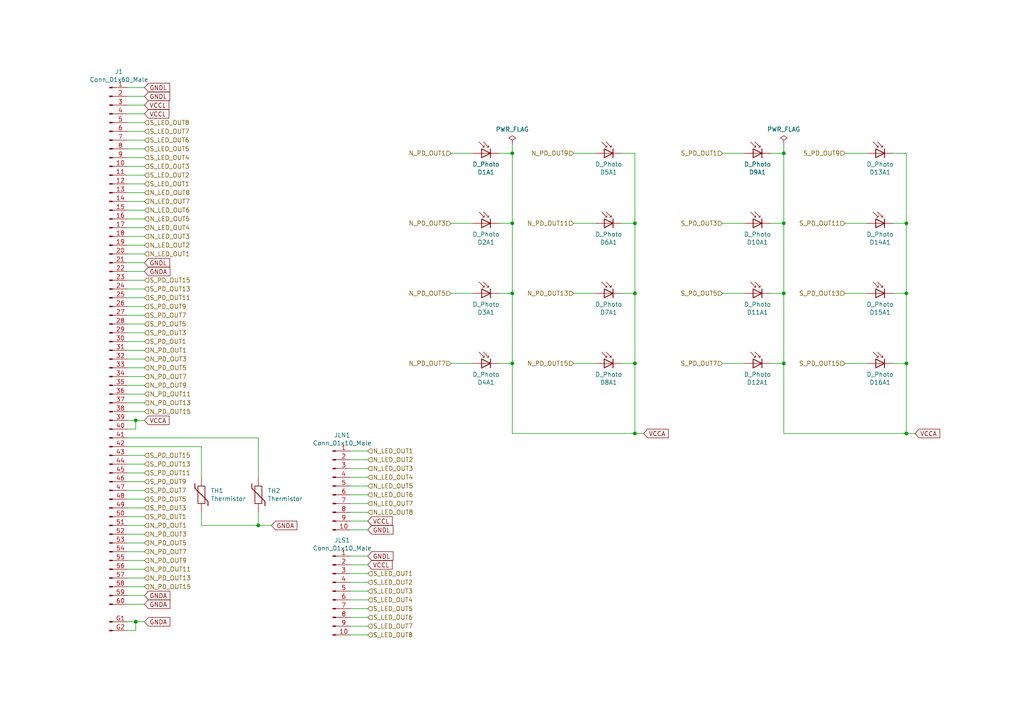
<source format=kicad_sch>
(kicad_sch (version 20211123) (generator eeschema)
  (paper "A4")
  (lib_symbols
    (symbol "Connector:Conn_01x10_Male" (pin_names (offset 1.016) hide)
      (property "Reference" "J" (at 0 12.7 0))
      (property "Value" "Conn_01x10_Male" (at 0 -15.24 0))
      (symbol "Conn_01x10_Male_1_1"
        (polyline (pts (xy 1.27 -12.7) (xy 0.8636 -12.7)) (stroke (width 0.1524)))
        (polyline (pts (xy 1.27 -10.16) (xy 0.8636 -10.16)) (stroke (width 0.1524)))
        (polyline (pts (xy 1.27 -7.62) (xy 0.8636 -7.62)) (stroke (width 0.1524)))
        (polyline (pts (xy 1.27 -5.08) (xy 0.8636 -5.08)) (stroke (width 0.1524)))
        (polyline (pts (xy 1.27 -2.54) (xy 0.8636 -2.54)) (stroke (width 0.1524)))
        (polyline (pts (xy 1.27 0) (xy 0.8636 0)) (stroke (width 0.1524)))
        (polyline (pts (xy 1.27 2.54) (xy 0.8636 2.54)) (stroke (width 0.1524)))
        (polyline (pts (xy 1.27 5.08) (xy 0.8636 5.08)) (stroke (width 0.1524)))
        (polyline (pts (xy 1.27 7.62) (xy 0.8636 7.62)) (stroke (width 0.1524)))
        (polyline (pts (xy 1.27 10.16) (xy 0.8636 10.16)) (stroke (width 0.1524)))
        (rectangle (start 0.8636 -12.573) (end 0 -12.827) (stroke (width 0.1524)) (fill (type outline)))
        (rectangle (start 0.8636 -10.033) (end 0 -10.287) (stroke (width 0.1524)) (fill (type outline)))
        (rectangle (start 0.8636 -7.493) (end 0 -7.747) (stroke (width 0.1524)) (fill (type outline)))
        (rectangle (start 0.8636 -4.953) (end 0 -5.207) (stroke (width 0.1524)) (fill (type outline)))
        (rectangle (start 0.8636 -2.413) (end 0 -2.667) (stroke (width 0.1524)) (fill (type outline)))
        (rectangle (start 0.8636 0.127) (end 0 -0.127) (stroke (width 0.1524)) (fill (type outline)))
        (rectangle (start 0.8636 2.667) (end 0 2.413) (stroke (width 0.1524)) (fill (type outline)))
        (rectangle (start 0.8636 5.207) (end 0 4.953) (stroke (width 0.1524)) (fill (type outline)))
        (rectangle (start 0.8636 7.747) (end 0 7.493) (stroke (width 0.1524)) (fill (type outline)))
        (rectangle (start 0.8636 10.287) (end 0 10.033) (stroke (width 0.1524)) (fill (type outline)))
        (pin passive line (at 5.08 10.16 180) (length 3.81) (name "Pin_1") (number "1"))
        (pin passive line (at 5.08 -12.7 180) (length 3.81) (name "Pin_10") (number "10"))
        (pin passive line (at 5.08 7.62 180) (length 3.81) (name "Pin_2") (number "2"))
        (pin passive line (at 5.08 5.08 180) (length 3.81) (name "Pin_3") (number "3"))
        (pin passive line (at 5.08 2.54 180) (length 3.81) (name "Pin_4") (number "4"))
        (pin passive line (at 5.08 0 180) (length 3.81) (name "Pin_5") (number "5"))
        (pin passive line (at 5.08 -2.54 180) (length 3.81) (name "Pin_6") (number "6"))
        (pin passive line (at 5.08 -5.08 180) (length 3.81) (name "Pin_7") (number "7"))
        (pin passive line (at 5.08 -7.62 180) (length 3.81) (name "Pin_8") (number "8"))
        (pin passive line (at 5.08 -10.16 180) (length 3.81) (name "Pin_9") (number "9"))
      )
    )
    (symbol "Device:D_Photo" (pin_numbers hide) (pin_names hide)
      (property "Reference" "D" (at 0.508 1.778 0))
      (property "Value" "D_Photo" (at -1.016 -2.794 0))
      (symbol "D_Photo_0_1"
        (polyline (pts (xy -2.54 1.27) (xy -2.54 -1.27)) (stroke (width 0.254)))
        (polyline (pts (xy -2.032 1.778) (xy -1.524 1.778)))
        (polyline (pts (xy 0 0) (xy -2.54 0)))
        (polyline (pts (xy -0.508 3.302) (xy -2.032 1.778) (xy -2.032 2.286)))
        (polyline (pts (xy 0 -1.27) (xy 0 1.27) (xy -2.54 0) (xy 0 -1.27)) (stroke (width 0.254)))
        (polyline (pts (xy 0.762 3.302) (xy -0.762 1.778) (xy -0.762 2.286) (xy -0.762 1.778) (xy -0.254 1.778)))
      )
      (symbol "D_Photo_1_1"
        (pin passive line (at -5.08 0 0) (length 2.54) (name "K") (number "1"))
        (pin passive line (at 2.54 0 180) (length 2.54) (name "A") (number "2"))
      )
    )
    (symbol "Device:Thermistor" (pin_numbers hide) (pin_names (offset 0))
      (property "Reference" "TH" (at 2.54 1.27 90))
      (property "Value" "Thermistor" (at -2.54 0 90))
      (symbol "Thermistor_0_1"
        (rectangle (start -1.016 2.54) (end 1.016 -2.54) (stroke (width 0.2032)))
        (polyline (pts (xy -1.905 3.175) (xy -1.905 1.905) (xy 1.905 -1.905) (xy 1.905 -3.175) (xy 1.905 -3.175)) (stroke (width 0.254)))
      )
      (symbol "Thermistor_1_1"
        (pin passive line (at 0 5.08 270) (length 2.54) (name "~") (number "1"))
        (pin passive line (at 0 -5.08 90) (length 2.54) (name "~") (number "2"))
      )
    )
    (symbol "Ninja-qPCR:Conn_01x60_Male" (pin_names (offset 1.016) hide)
      (property "Reference" "J" (at 0 50.8 0))
      (property "Value" "Conn_01x60_Male" (at 1.27 -113.03 0))
      (symbol "Conn_01x60_Male_1_1"
        (polyline (pts (xy 1.27 -109.22) (xy 0.8636 -109.22)) (stroke (width 0.1524)))
        (polyline (pts (xy 1.27 -106.68) (xy 0.8636 -106.68)) (stroke (width 0.1524)))
        (polyline (pts (xy 1.27 -101.6) (xy 0.8636 -101.6)) (stroke (width 0.1524)))
        (polyline (pts (xy 1.27 -99.06) (xy 0.8636 -99.06)) (stroke (width 0.1524)))
        (polyline (pts (xy 1.27 -96.52) (xy 0.8636 -96.52)) (stroke (width 0.1524)))
        (polyline (pts (xy 1.27 -93.98) (xy 0.8636 -93.98)) (stroke (width 0.1524)))
        (polyline (pts (xy 1.27 -91.44) (xy 0.8636 -91.44)) (stroke (width 0.1524)))
        (polyline (pts (xy 1.27 -88.9) (xy 0.8636 -88.9)) (stroke (width 0.1524)))
        (polyline (pts (xy 1.27 -86.36) (xy 0.8636 -86.36)) (stroke (width 0.1524)))
        (polyline (pts (xy 1.27 -83.82) (xy 0.8636 -83.82)) (stroke (width 0.1524)))
        (polyline (pts (xy 1.27 -81.28) (xy 0.8636 -81.28)) (stroke (width 0.1524)))
        (polyline (pts (xy 1.27 -78.74) (xy 0.8636 -78.74)) (stroke (width 0.1524)))
        (polyline (pts (xy 1.27 -76.2) (xy 0.8636 -76.2)) (stroke (width 0.1524)))
        (polyline (pts (xy 1.27 -73.66) (xy 0.8636 -73.66)) (stroke (width 0.1524)))
        (polyline (pts (xy 1.27 -71.12) (xy 0.8636 -71.12)) (stroke (width 0.1524)))
        (polyline (pts (xy 1.27 -68.58) (xy 0.8636 -68.58)) (stroke (width 0.1524)))
        (polyline (pts (xy 1.27 -66.04) (xy 0.8636 -66.04)) (stroke (width 0.1524)))
        (polyline (pts (xy 1.27 -63.5) (xy 0.8636 -63.5)) (stroke (width 0.1524)))
        (polyline (pts (xy 1.27 -60.96) (xy 0.8636 -60.96)) (stroke (width 0.1524)))
        (polyline (pts (xy 1.27 -58.42) (xy 0.8636 -58.42)) (stroke (width 0.1524)))
        (polyline (pts (xy 1.27 -55.88) (xy 0.8636 -55.88)) (stroke (width 0.1524)))
        (polyline (pts (xy 1.27 -53.34) (xy 0.8636 -53.34)) (stroke (width 0.1524)))
        (polyline (pts (xy 1.27 -50.8) (xy 0.8636 -50.8)) (stroke (width 0.1524)))
        (polyline (pts (xy 1.27 -48.26) (xy 0.8636 -48.26)) (stroke (width 0.1524)))
        (polyline (pts (xy 1.27 -45.72) (xy 0.8636 -45.72)) (stroke (width 0.1524)))
        (polyline (pts (xy 1.27 -43.18) (xy 0.8636 -43.18)) (stroke (width 0.1524)))
        (polyline (pts (xy 1.27 -40.64) (xy 0.8636 -40.64)) (stroke (width 0.1524)))
        (polyline (pts (xy 1.27 -38.1) (xy 0.8636 -38.1)) (stroke (width 0.1524)))
        (polyline (pts (xy 1.27 -35.56) (xy 0.8636 -35.56)) (stroke (width 0.1524)))
        (polyline (pts (xy 1.27 -33.02) (xy 0.8636 -33.02)) (stroke (width 0.1524)))
        (polyline (pts (xy 1.27 -30.48) (xy 0.8636 -30.48)) (stroke (width 0.1524)))
        (polyline (pts (xy 1.27 -27.94) (xy 0.8636 -27.94)) (stroke (width 0.1524)))
        (polyline (pts (xy 1.27 -25.4) (xy 0.8636 -25.4)) (stroke (width 0.1524)))
        (polyline (pts (xy 1.27 -22.86) (xy 0.8636 -22.86)) (stroke (width 0.1524)))
        (polyline (pts (xy 1.27 -20.32) (xy 0.8636 -20.32)) (stroke (width 0.1524)))
        (polyline (pts (xy 1.27 -17.78) (xy 0.8636 -17.78)) (stroke (width 0.1524)))
        (polyline (pts (xy 1.27 -15.24) (xy 0.8636 -15.24)) (stroke (width 0.1524)))
        (polyline (pts (xy 1.27 -12.7) (xy 0.8636 -12.7)) (stroke (width 0.1524)))
        (polyline (pts (xy 1.27 -10.16) (xy 0.8636 -10.16)) (stroke (width 0.1524)))
        (polyline (pts (xy 1.27 -7.62) (xy 0.8636 -7.62)) (stroke (width 0.1524)))
        (polyline (pts (xy 1.27 -5.08) (xy 0.8636 -5.08)) (stroke (width 0.1524)))
        (polyline (pts (xy 1.27 -2.54) (xy 0.8636 -2.54)) (stroke (width 0.1524)))
        (polyline (pts (xy 1.27 0) (xy 0.8636 0)) (stroke (width 0.1524)))
        (polyline (pts (xy 1.27 2.54) (xy 0.8636 2.54)) (stroke (width 0.1524)))
        (polyline (pts (xy 1.27 5.08) (xy 0.8636 5.08)) (stroke (width 0.1524)))
        (polyline (pts (xy 1.27 7.62) (xy 0.8636 7.62)) (stroke (width 0.1524)))
        (polyline (pts (xy 1.27 10.16) (xy 0.8636 10.16)) (stroke (width 0.1524)))
        (polyline (pts (xy 1.27 12.7) (xy 0.8636 12.7)) (stroke (width 0.1524)))
        (polyline (pts (xy 1.27 15.24) (xy 0.8636 15.24)) (stroke (width 0.1524)))
        (polyline (pts (xy 1.27 17.78) (xy 0.8636 17.78)) (stroke (width 0.1524)))
        (polyline (pts (xy 1.27 20.32) (xy 0.8636 20.32)) (stroke (width 0.1524)))
        (polyline (pts (xy 1.27 22.86) (xy 0.8636 22.86)) (stroke (width 0.1524)))
        (polyline (pts (xy 1.27 25.4) (xy 0.8636 25.4)) (stroke (width 0.1524)))
        (polyline (pts (xy 1.27 27.94) (xy 0.8636 27.94)) (stroke (width 0.1524)))
        (polyline (pts (xy 1.27 30.48) (xy 0.8636 30.48)) (stroke (width 0.1524)))
        (polyline (pts (xy 1.27 33.02) (xy 0.8636 33.02)) (stroke (width 0.1524)))
        (polyline (pts (xy 1.27 35.56) (xy 0.8636 35.56)) (stroke (width 0.1524)))
        (polyline (pts (xy 1.27 38.1) (xy 0.8636 38.1)) (stroke (width 0.1524)))
        (polyline (pts (xy 1.27 40.64) (xy 0.8636 40.64)) (stroke (width 0.1524)))
        (polyline (pts (xy 1.27 43.18) (xy 0.8636 43.18)) (stroke (width 0.1524)))
        (polyline (pts (xy 1.27 45.72) (xy 0.8636 45.72)) (stroke (width 0.1524)))
        (polyline (pts (xy 1.27 48.26) (xy 0.8636 48.26)) (stroke (width 0.1524)))
        (rectangle (start 0.8636 -109.093) (end 0 -109.347) (stroke (width 0.1524)) (fill (type outline)))
        (rectangle (start 0.8636 -106.553) (end 0 -106.807) (stroke (width 0.1524)) (fill (type outline)))
        (rectangle (start 0.8636 -101.473) (end 0 -101.727) (stroke (width 0.1524)) (fill (type outline)))
        (rectangle (start 0.8636 -98.933) (end 0 -99.187) (stroke (width 0.1524)) (fill (type outline)))
        (rectangle (start 0.8636 -96.393) (end 0 -96.647) (stroke (width 0.1524)) (fill (type outline)))
        (rectangle (start 0.8636 -93.853) (end 0 -94.107) (stroke (width 0.1524)) (fill (type outline)))
        (rectangle (start 0.8636 -91.313) (end 0 -91.567) (stroke (width 0.1524)) (fill (type outline)))
        (rectangle (start 0.8636 -88.773) (end 0 -89.027) (stroke (width 0.1524)) (fill (type outline)))
        (rectangle (start 0.8636 -86.233) (end 0 -86.487) (stroke (width 0.1524)) (fill (type outline)))
        (rectangle (start 0.8636 -83.693) (end 0 -83.947) (stroke (width 0.1524)) (fill (type outline)))
        (rectangle (start 0.8636 -81.153) (end 0 -81.407) (stroke (width 0.1524)) (fill (type outline)))
        (rectangle (start 0.8636 -78.613) (end 0 -78.867) (stroke (width 0.1524)) (fill (type outline)))
        (rectangle (start 0.8636 -76.073) (end 0 -76.327) (stroke (width 0.1524)) (fill (type outline)))
        (rectangle (start 0.8636 -73.533) (end 0 -73.787) (stroke (width 0.1524)) (fill (type outline)))
        (rectangle (start 0.8636 -70.993) (end 0 -71.247) (stroke (width 0.1524)) (fill (type outline)))
        (rectangle (start 0.8636 -68.453) (end 0 -68.707) (stroke (width 0.1524)) (fill (type outline)))
        (rectangle (start 0.8636 -65.913) (end 0 -66.167) (stroke (width 0.1524)) (fill (type outline)))
        (rectangle (start 0.8636 -63.373) (end 0 -63.627) (stroke (width 0.1524)) (fill (type outline)))
        (rectangle (start 0.8636 -60.833) (end 0 -61.087) (stroke (width 0.1524)) (fill (type outline)))
        (rectangle (start 0.8636 -58.293) (end 0 -58.547) (stroke (width 0.1524)) (fill (type outline)))
        (rectangle (start 0.8636 -55.753) (end 0 -56.007) (stroke (width 0.1524)) (fill (type outline)))
        (rectangle (start 0.8636 -53.213) (end 0 -53.467) (stroke (width 0.1524)) (fill (type outline)))
        (rectangle (start 0.8636 -50.673) (end 0 -50.927) (stroke (width 0.1524)) (fill (type outline)))
        (rectangle (start 0.8636 -48.133) (end 0 -48.387) (stroke (width 0.1524)) (fill (type outline)))
        (rectangle (start 0.8636 -45.593) (end 0 -45.847) (stroke (width 0.1524)) (fill (type outline)))
        (rectangle (start 0.8636 -43.053) (end 0 -43.307) (stroke (width 0.1524)) (fill (type outline)))
        (rectangle (start 0.8636 -40.513) (end 0 -40.767) (stroke (width 0.1524)) (fill (type outline)))
        (rectangle (start 0.8636 -37.973) (end 0 -38.227) (stroke (width 0.1524)) (fill (type outline)))
        (rectangle (start 0.8636 -35.433) (end 0 -35.687) (stroke (width 0.1524)) (fill (type outline)))
        (rectangle (start 0.8636 -32.893) (end 0 -33.147) (stroke (width 0.1524)) (fill (type outline)))
        (rectangle (start 0.8636 -30.353) (end 0 -30.607) (stroke (width 0.1524)) (fill (type outline)))
        (rectangle (start 0.8636 -27.813) (end 0 -28.067) (stroke (width 0.1524)) (fill (type outline)))
        (rectangle (start 0.8636 -25.273) (end 0 -25.527) (stroke (width 0.1524)) (fill (type outline)))
        (rectangle (start 0.8636 -22.733) (end 0 -22.987) (stroke (width 0.1524)) (fill (type outline)))
        (rectangle (start 0.8636 -20.193) (end 0 -20.447) (stroke (width 0.1524)) (fill (type outline)))
        (rectangle (start 0.8636 -17.653) (end 0 -17.907) (stroke (width 0.1524)) (fill (type outline)))
        (rectangle (start 0.8636 -15.113) (end 0 -15.367) (stroke (width 0.1524)) (fill (type outline)))
        (rectangle (start 0.8636 -12.573) (end 0 -12.827) (stroke (width 0.1524)) (fill (type outline)))
        (rectangle (start 0.8636 -10.033) (end 0 -10.287) (stroke (width 0.1524)) (fill (type outline)))
        (rectangle (start 0.8636 -7.493) (end 0 -7.747) (stroke (width 0.1524)) (fill (type outline)))
        (rectangle (start 0.8636 -4.953) (end 0 -5.207) (stroke (width 0.1524)) (fill (type outline)))
        (rectangle (start 0.8636 -2.413) (end 0 -2.667) (stroke (width 0.1524)) (fill (type outline)))
        (rectangle (start 0.8636 0.127) (end 0 -0.127) (stroke (width 0.1524)) (fill (type outline)))
        (rectangle (start 0.8636 2.667) (end 0 2.413) (stroke (width 0.1524)) (fill (type outline)))
        (rectangle (start 0.8636 5.207) (end 0 4.953) (stroke (width 0.1524)) (fill (type outline)))
        (rectangle (start 0.8636 7.747) (end 0 7.493) (stroke (width 0.1524)) (fill (type outline)))
        (rectangle (start 0.8636 10.287) (end 0 10.033) (stroke (width 0.1524)) (fill (type outline)))
        (rectangle (start 0.8636 12.827) (end 0 12.573) (stroke (width 0.1524)) (fill (type outline)))
        (rectangle (start 0.8636 15.367) (end 0 15.113) (stroke (width 0.1524)) (fill (type outline)))
        (rectangle (start 0.8636 17.907) (end 0 17.653) (stroke (width 0.1524)) (fill (type outline)))
        (rectangle (start 0.8636 20.447) (end 0 20.193) (stroke (width 0.1524)) (fill (type outline)))
        (rectangle (start 0.8636 22.987) (end 0 22.733) (stroke (width 0.1524)) (fill (type outline)))
        (rectangle (start 0.8636 25.527) (end 0 25.273) (stroke (width 0.1524)) (fill (type outline)))
        (rectangle (start 0.8636 28.067) (end 0 27.813) (stroke (width 0.1524)) (fill (type outline)))
        (rectangle (start 0.8636 30.607) (end 0 30.353) (stroke (width 0.1524)) (fill (type outline)))
        (rectangle (start 0.8636 33.147) (end 0 32.893) (stroke (width 0.1524)) (fill (type outline)))
        (rectangle (start 0.8636 35.687) (end 0 35.433) (stroke (width 0.1524)) (fill (type outline)))
        (rectangle (start 0.8636 38.227) (end 0 37.973) (stroke (width 0.1524)) (fill (type outline)))
        (rectangle (start 0.8636 40.767) (end 0 40.513) (stroke (width 0.1524)) (fill (type outline)))
        (rectangle (start 0.8636 43.307) (end 0 43.053) (stroke (width 0.1524)) (fill (type outline)))
        (rectangle (start 0.8636 45.847) (end 0 45.593) (stroke (width 0.1524)) (fill (type outline)))
        (rectangle (start 0.8636 48.387) (end 0 48.133) (stroke (width 0.1524)) (fill (type outline)))
        (pin passive line (at 5.08 48.26 180) (length 3.81) (name "Pin_1") (number "1"))
        (pin passive line (at 5.08 25.4 180) (length 3.81) (name "Pin_10") (number "10"))
        (pin passive line (at 5.08 22.86 180) (length 3.81) (name "Pin_11") (number "11"))
        (pin passive line (at 5.08 20.32 180) (length 3.81) (name "Pin_12") (number "12"))
        (pin passive line (at 5.08 17.78 180) (length 3.81) (name "Pin_13") (number "13"))
        (pin passive line (at 5.08 15.24 180) (length 3.81) (name "Pin_14") (number "14"))
        (pin passive line (at 5.08 12.7 180) (length 3.81) (name "Pin_15") (number "15"))
        (pin passive line (at 5.08 10.16 180) (length 3.81) (name "Pin_16") (number "16"))
        (pin passive line (at 5.08 7.62 180) (length 3.81) (name "Pin_17") (number "17"))
        (pin passive line (at 5.08 5.08 180) (length 3.81) (name "Pin_18") (number "18"))
        (pin passive line (at 5.08 2.54 180) (length 3.81) (name "Pin_19") (number "19"))
        (pin passive line (at 5.08 45.72 180) (length 3.81) (name "Pin_2") (number "2"))
        (pin passive line (at 5.08 0 180) (length 3.81) (name "Pin_20") (number "20"))
        (pin passive line (at 5.08 -2.54 180) (length 3.81) (name "Pin_21") (number "21"))
        (pin passive line (at 5.08 -5.08 180) (length 3.81) (name "Pin_22") (number "22"))
        (pin passive line (at 5.08 -7.62 180) (length 3.81) (name "Pin_23") (number "23"))
        (pin passive line (at 5.08 -10.16 180) (length 3.81) (name "Pin_24") (number "24"))
        (pin passive line (at 5.08 -12.7 180) (length 3.81) (name "Pin_25") (number "25"))
        (pin passive line (at 5.08 -15.24 180) (length 3.81) (name "Pin_26") (number "26"))
        (pin passive line (at 5.08 -17.78 180) (length 3.81) (name "Pin_27") (number "27"))
        (pin passive line (at 5.08 -20.32 180) (length 3.81) (name "Pin_28") (number "28"))
        (pin passive line (at 5.08 -22.86 180) (length 3.81) (name "Pin_29") (number "29"))
        (pin passive line (at 5.08 43.18 180) (length 3.81) (name "Pin_3") (number "3"))
        (pin passive line (at 5.08 -25.4 180) (length 3.81) (name "Pin_30") (number "30"))
        (pin passive line (at 5.08 -27.94 180) (length 3.81) (name "Pin_31") (number "31"))
        (pin passive line (at 5.08 -30.48 180) (length 3.81) (name "Pin_32") (number "32"))
        (pin passive line (at 5.08 -33.02 180) (length 3.81) (name "Pin_33") (number "33"))
        (pin passive line (at 5.08 -35.56 180) (length 3.81) (name "Pin_34") (number "34"))
        (pin passive line (at 5.08 -38.1 180) (length 3.81) (name "Pin_35") (number "35"))
        (pin passive line (at 5.08 -40.64 180) (length 3.81) (name "Pin_36") (number "36"))
        (pin passive line (at 5.08 -43.18 180) (length 3.81) (name "Pin_37") (number "37"))
        (pin passive line (at 5.08 -45.72 180) (length 3.81) (name "Pin_38") (number "38"))
        (pin passive line (at 5.08 -48.26 180) (length 3.81) (name "Pin_39") (number "39"))
        (pin passive line (at 5.08 40.64 180) (length 3.81) (name "Pin_4") (number "4"))
        (pin passive line (at 5.08 -50.8 180) (length 3.81) (name "Pin_40") (number "40"))
        (pin passive line (at 5.08 -53.34 180) (length 3.81) (name "Pin_41") (number "41"))
        (pin passive line (at 5.08 -55.88 180) (length 3.81) (name "Pin_42") (number "42"))
        (pin passive line (at 5.08 -58.42 180) (length 3.81) (name "Pin_43") (number "43"))
        (pin passive line (at 5.08 -60.96 180) (length 3.81) (name "Pin_44") (number "44"))
        (pin passive line (at 5.08 -63.5 180) (length 3.81) (name "Pin_45") (number "45"))
        (pin passive line (at 5.08 -66.04 180) (length 3.81) (name "Pin_46") (number "46"))
        (pin passive line (at 5.08 -68.58 180) (length 3.81) (name "Pin_47") (number "47"))
        (pin passive line (at 5.08 -71.12 180) (length 3.81) (name "Pin_48") (number "48"))
        (pin passive line (at 5.08 -73.66 180) (length 3.81) (name "Pin_49") (number "49"))
        (pin passive line (at 5.08 38.1 180) (length 3.81) (name "Pin_5") (number "5"))
        (pin passive line (at 5.08 -76.2 180) (length 3.81) (name "Pin_50") (number "50"))
        (pin passive line (at 5.08 -78.74 180) (length 3.81) (name "Pin_51") (number "51"))
        (pin passive line (at 5.08 -81.28 180) (length 3.81) (name "Pin_52") (number "52"))
        (pin passive line (at 5.08 -83.82 180) (length 3.81) (name "Pin_53") (number "53"))
        (pin passive line (at 5.08 -86.36 180) (length 3.81) (name "Pin_54") (number "54"))
        (pin passive line (at 5.08 -88.9 180) (length 3.81) (name "Pin_55") (number "55"))
        (pin passive line (at 5.08 -91.44 180) (length 3.81) (name "Pin_56") (number "56"))
        (pin passive line (at 5.08 -93.98 180) (length 3.81) (name "Pin_57") (number "57"))
        (pin passive line (at 5.08 -96.52 180) (length 3.81) (name "Pin_58") (number "58"))
        (pin passive line (at 5.08 -99.06 180) (length 3.81) (name "Pin_59") (number "59"))
        (pin passive line (at 5.08 35.56 180) (length 3.81) (name "Pin_6") (number "6"))
        (pin passive line (at 5.08 -101.6 180) (length 3.81) (name "Pin_60") (number "60"))
        (pin passive line (at 5.08 33.02 180) (length 3.81) (name "Pin_7") (number "7"))
        (pin passive line (at 5.08 30.48 180) (length 3.81) (name "Pin_8") (number "8"))
        (pin passive line (at 5.08 27.94 180) (length 3.81) (name "Pin_9") (number "9"))
        (pin passive line (at 5.08 -106.68 180) (length 3.81) (name "Pin_G1") (number "G1"))
        (pin passive line (at 5.08 -109.22 180) (length 3.81) (name "Pin_G2") (number "G2"))
      )
    )
    (symbol "power:PWR_FLAG" (power) (pin_numbers hide) (pin_names (offset 0) hide)
      (property "Value" "PWR_FLAG" (at 0 3.81 0))
      (symbol "PWR_FLAG_0_0"
        (pin power_out line (at 0 0 90) (length 0) (name "pwr") (number "1"))
      )
      (symbol "PWR_FLAG_0_1"
        (polyline (pts (xy 0 0) (xy 0 1.27) (xy -1.016 1.905) (xy 0 2.54) (xy 1.016 1.905) (xy 0 1.27)))
      )
    )
  )
  (junction (at 262.89 85.09))
  (junction (at 262.89 125.73))
  (junction (at 74.93 152.4))
  (junction (at 39.37 121.92))
  (junction (at 227.33 64.77))
  (junction (at 148.59 85.09))
  (junction (at 227.33 44.45))
  (junction (at 227.33 105.41))
  (junction (at 184.15 105.41))
  (junction (at 39.37 180.34))
  (junction (at 184.15 64.77))
  (junction (at 227.33 85.09))
  (junction (at 262.89 64.77))
  (junction (at 148.59 64.77))
  (junction (at 184.15 125.73))
  (junction (at 148.59 105.41))
  (junction (at 184.15 85.09))
  (junction (at 262.89 105.41))
  (junction (at 148.59 44.45))
  (wire (pts (xy 227.33 85.09) (xy 227.33 105.41)))
  (wire (pts (xy 74.93 127) (xy 74.93 138.43)))
  (wire (pts (xy 106.68 184.15) (xy 101.6 184.15)))
  (wire (pts (xy 36.83 142.24) (xy 41.91 142.24)))
  (wire (pts (xy 223.52 64.77) (xy 227.33 64.77)))
  (wire (pts (xy 36.83 48.26) (xy 41.91 48.26)))
  (wire (pts (xy 36.83 175.26) (xy 41.91 175.26)))
  (wire (pts (xy 144.78 105.41) (xy 148.59 105.41)))
  (wire (pts (xy 106.68 171.45) (xy 101.6 171.45)))
  (wire (pts (xy 148.59 44.45) (xy 148.59 64.77)))
  (wire (pts (xy 262.89 105.41) (xy 262.89 125.73)))
  (wire (pts (xy 106.68 146.05) (xy 101.6 146.05)))
  (wire (pts (xy 36.83 147.32) (xy 41.91 147.32)))
  (wire (pts (xy 74.93 152.4) (xy 78.74 152.4)))
  (wire (pts (xy 36.83 99.06) (xy 41.91 99.06)))
  (wire (pts (xy 39.37 124.46) (xy 39.37 121.92)))
  (wire (pts (xy 101.6 148.59) (xy 106.68 148.59)))
  (wire (pts (xy 36.83 104.14) (xy 41.91 104.14)))
  (wire (pts (xy 36.83 53.34) (xy 41.91 53.34)))
  (wire (pts (xy 36.83 73.66) (xy 41.91 73.66)))
  (wire (pts (xy 245.11 44.45) (xy 251.46 44.45)))
  (wire (pts (xy 36.83 43.18) (xy 41.91 43.18)))
  (wire (pts (xy 36.83 58.42) (xy 41.91 58.42)))
  (wire (pts (xy 144.78 85.09) (xy 148.59 85.09)))
  (wire (pts (xy 223.52 44.45) (xy 227.33 44.45)))
  (wire (pts (xy 166.37 44.45) (xy 172.72 44.45)))
  (wire (pts (xy 184.15 125.73) (xy 148.59 125.73)))
  (wire (pts (xy 180.34 105.41) (xy 184.15 105.41)))
  (wire (pts (xy 36.83 76.2) (xy 41.91 76.2)))
  (wire (pts (xy 36.83 111.76) (xy 41.91 111.76)))
  (wire (pts (xy 36.83 68.58) (xy 41.91 68.58)))
  (wire (pts (xy 106.68 151.13) (xy 101.6 151.13)))
  (wire (pts (xy 36.83 180.34) (xy 39.37 180.34)))
  (wire (pts (xy 36.83 160.02) (xy 41.91 160.02)))
  (wire (pts (xy 36.83 106.68) (xy 41.91 106.68)))
  (wire (pts (xy 74.93 148.59) (xy 74.93 152.4)))
  (wire (pts (xy 130.81 105.41) (xy 137.16 105.41)))
  (wire (pts (xy 106.68 135.89) (xy 101.6 135.89)))
  (wire (pts (xy 36.83 116.84) (xy 41.91 116.84)))
  (wire (pts (xy 144.78 44.45) (xy 148.59 44.45)))
  (wire (pts (xy 101.6 138.43) (xy 106.68 138.43)))
  (wire (pts (xy 148.59 41.91) (xy 148.59 44.45)))
  (wire (pts (xy 36.83 86.36) (xy 41.91 86.36)))
  (wire (pts (xy 36.83 172.72) (xy 41.91 172.72)))
  (wire (pts (xy 184.15 44.45) (xy 184.15 64.77)))
  (wire (pts (xy 36.83 50.8) (xy 41.91 50.8)))
  (wire (pts (xy 227.33 105.41) (xy 227.33 125.73)))
  (wire (pts (xy 36.83 66.04) (xy 41.91 66.04)))
  (wire (pts (xy 36.83 165.1) (xy 41.91 165.1)))
  (wire (pts (xy 180.34 44.45) (xy 184.15 44.45)))
  (wire (pts (xy 36.83 25.4) (xy 41.91 25.4)))
  (wire (pts (xy 106.68 166.37) (xy 101.6 166.37)))
  (wire (pts (xy 36.83 93.98) (xy 41.91 93.98)))
  (wire (pts (xy 259.08 64.77) (xy 262.89 64.77)))
  (wire (pts (xy 245.11 105.41) (xy 251.46 105.41)))
  (wire (pts (xy 262.89 85.09) (xy 262.89 105.41)))
  (wire (pts (xy 36.83 157.48) (xy 41.91 157.48)))
  (wire (pts (xy 106.68 179.07) (xy 101.6 179.07)))
  (wire (pts (xy 223.52 85.09) (xy 227.33 85.09)))
  (wire (pts (xy 36.83 170.18) (xy 41.91 170.18)))
  (wire (pts (xy 36.83 88.9) (xy 41.91 88.9)))
  (wire (pts (xy 36.83 38.1) (xy 41.91 38.1)))
  (wire (pts (xy 36.83 154.94) (xy 41.91 154.94)))
  (wire (pts (xy 262.89 125.73) (xy 227.33 125.73)))
  (wire (pts (xy 36.83 81.28) (xy 41.91 81.28)))
  (wire (pts (xy 36.83 124.46) (xy 39.37 124.46)))
  (wire (pts (xy 106.68 173.99) (xy 101.6 173.99)))
  (wire (pts (xy 223.52 105.41) (xy 227.33 105.41)))
  (wire (pts (xy 36.83 91.44) (xy 41.91 91.44)))
  (wire (pts (xy 106.68 163.83) (xy 101.6 163.83)))
  (wire (pts (xy 245.11 85.09) (xy 251.46 85.09)))
  (wire (pts (xy 36.83 139.7) (xy 41.91 139.7)))
  (wire (pts (xy 130.81 44.45) (xy 137.16 44.45)))
  (wire (pts (xy 36.83 134.62) (xy 41.91 134.62)))
  (wire (pts (xy 36.83 71.12) (xy 41.91 71.12)))
  (wire (pts (xy 259.08 85.09) (xy 262.89 85.09)))
  (wire (pts (xy 148.59 105.41) (xy 148.59 125.73)))
  (wire (pts (xy 36.83 27.94) (xy 41.91 27.94)))
  (wire (pts (xy 36.83 127) (xy 74.93 127)))
  (wire (pts (xy 36.83 45.72) (xy 41.91 45.72)))
  (wire (pts (xy 36.83 63.5) (xy 41.91 63.5)))
  (wire (pts (xy 180.34 64.77) (xy 184.15 64.77)))
  (wire (pts (xy 186.69 125.73) (xy 184.15 125.73)))
  (wire (pts (xy 39.37 121.92) (xy 41.91 121.92)))
  (wire (pts (xy 36.83 152.4) (xy 41.91 152.4)))
  (wire (pts (xy 36.83 35.56) (xy 41.91 35.56)))
  (wire (pts (xy 36.83 162.56) (xy 41.91 162.56)))
  (wire (pts (xy 265.43 125.73) (xy 262.89 125.73)))
  (wire (pts (xy 262.89 44.45) (xy 262.89 64.77)))
  (wire (pts (xy 106.68 176.53) (xy 101.6 176.53)))
  (wire (pts (xy 166.37 105.41) (xy 172.72 105.41)))
  (wire (pts (xy 166.37 64.77) (xy 172.72 64.77)))
  (wire (pts (xy 184.15 64.77) (xy 184.15 85.09)))
  (wire (pts (xy 36.83 101.6) (xy 41.91 101.6)))
  (wire (pts (xy 36.83 167.64) (xy 41.91 167.64)))
  (wire (pts (xy 227.33 64.77) (xy 227.33 85.09)))
  (wire (pts (xy 36.83 129.54) (xy 58.42 129.54)))
  (wire (pts (xy 36.83 40.64) (xy 41.91 40.64)))
  (wire (pts (xy 36.83 137.16) (xy 41.91 137.16)))
  (wire (pts (xy 101.6 153.67) (xy 106.68 153.67)))
  (wire (pts (xy 58.42 152.4) (xy 74.93 152.4)))
  (wire (pts (xy 106.68 181.61) (xy 101.6 181.61)))
  (wire (pts (xy 180.34 85.09) (xy 184.15 85.09)))
  (wire (pts (xy 130.81 85.09) (xy 137.16 85.09)))
  (wire (pts (xy 36.83 83.82) (xy 41.91 83.82)))
  (wire (pts (xy 39.37 182.88) (xy 39.37 180.34)))
  (wire (pts (xy 39.37 180.34) (xy 41.91 180.34)))
  (wire (pts (xy 36.83 30.48) (xy 41.91 30.48)))
  (wire (pts (xy 209.55 105.41) (xy 215.9 105.41)))
  (wire (pts (xy 209.55 44.45) (xy 215.9 44.45)))
  (wire (pts (xy 184.15 85.09) (xy 184.15 105.41)))
  (wire (pts (xy 36.83 121.92) (xy 39.37 121.92)))
  (wire (pts (xy 106.68 130.81) (xy 101.6 130.81)))
  (wire (pts (xy 36.83 60.96) (xy 41.91 60.96)))
  (wire (pts (xy 130.81 64.77) (xy 137.16 64.77)))
  (wire (pts (xy 36.83 114.3) (xy 41.91 114.3)))
  (wire (pts (xy 148.59 64.77) (xy 148.59 85.09)))
  (wire (pts (xy 227.33 44.45) (xy 227.33 64.77)))
  (wire (pts (xy 36.83 96.52) (xy 41.91 96.52)))
  (wire (pts (xy 148.59 85.09) (xy 148.59 105.41)))
  (wire (pts (xy 101.6 133.35) (xy 106.68 133.35)))
  (wire (pts (xy 36.83 109.22) (xy 41.91 109.22)))
  (wire (pts (xy 166.37 85.09) (xy 172.72 85.09)))
  (wire (pts (xy 106.68 140.97) (xy 101.6 140.97)))
  (wire (pts (xy 106.68 168.91) (xy 101.6 168.91)))
  (wire (pts (xy 58.42 148.59) (xy 58.42 152.4)))
  (wire (pts (xy 259.08 105.41) (xy 262.89 105.41)))
  (wire (pts (xy 262.89 64.77) (xy 262.89 85.09)))
  (wire (pts (xy 184.15 105.41) (xy 184.15 125.73)))
  (wire (pts (xy 106.68 161.29) (xy 101.6 161.29)))
  (wire (pts (xy 245.11 64.77) (xy 251.46 64.77)))
  (wire (pts (xy 36.83 182.88) (xy 39.37 182.88)))
  (wire (pts (xy 209.55 64.77) (xy 215.9 64.77)))
  (wire (pts (xy 36.83 132.08) (xy 41.91 132.08)))
  (wire (pts (xy 36.83 33.02) (xy 41.91 33.02)))
  (wire (pts (xy 36.83 144.78) (xy 41.91 144.78)))
  (wire (pts (xy 209.55 85.09) (xy 215.9 85.09)))
  (wire (pts (xy 36.83 78.74) (xy 41.91 78.74)))
  (wire (pts (xy 36.83 149.86) (xy 41.91 149.86)))
  (wire (pts (xy 227.33 41.91) (xy 227.33 44.45)))
  (wire (pts (xy 36.83 55.88) (xy 41.91 55.88)))
  (wire (pts (xy 101.6 143.51) (xy 106.68 143.51)))
  (wire (pts (xy 58.42 129.54) (xy 58.42 138.43)))
  (wire (pts (xy 259.08 44.45) (xy 262.89 44.45)))
  (wire (pts (xy 144.78 64.77) (xy 148.59 64.77)))
  (wire (pts (xy 36.83 119.38) (xy 41.91 119.38)))
  (global_label "GNDA" (shape input) (at 78.74 152.4 0) (property "Intersheet References" "${INTERSHEET_REFS}" (effects hide)))
  (global_label "GNDA" (shape input) (at 41.91 78.74 0) (property "Intersheet References" "${INTERSHEET_REFS}" (effects hide)))
  (global_label "GNDL" (shape input) (at 41.91 27.94 0) (property "Intersheet References" "${INTERSHEET_REFS}" (effects hide)))
  (global_label "VCCA" (shape input) (at 41.91 121.92 0) (property "Intersheet References" "${INTERSHEET_REFS}" (effects hide)))
  (global_label "VCCL" (shape input) (at 106.68 151.13 0) (property "Intersheet References" "${INTERSHEET_REFS}" (effects hide)))
  (global_label "VCCA" (shape input) (at 186.69 125.73 0) (property "Intersheet References" "${INTERSHEET_REFS}" (effects hide)))
  (global_label "VCCL" (shape input) (at 41.91 33.02 0) (property "Intersheet References" "${INTERSHEET_REFS}" (effects hide)))
  (global_label "GNDA" (shape input) (at 41.91 180.34 0) (property "Intersheet References" "${INTERSHEET_REFS}" (effects hide)))
  (global_label "GNDL" (shape input) (at 106.68 153.67 0) (property "Intersheet References" "${INTERSHEET_REFS}" (effects hide)))
  (global_label "GNDA" (shape input) (at 41.91 175.26 0) (property "Intersheet References" "${INTERSHEET_REFS}" (effects hide)))
  (global_label "VCCL" (shape input) (at 41.91 30.48 0) (property "Intersheet References" "${INTERSHEET_REFS}" (effects hide)))
  (global_label "GNDL" (shape input) (at 41.91 25.4 0) (property "Intersheet References" "${INTERSHEET_REFS}" (effects hide)))
  (global_label "VCCA" (shape input) (at 265.43 125.73 0) (property "Intersheet References" "${INTERSHEET_REFS}" (effects hide)))
  (global_label "GNDA" (shape input) (at 41.91 172.72 0) (property "Intersheet References" "${INTERSHEET_REFS}" (effects hide)))
  (global_label "GNDL" (shape input) (at 41.91 76.2 0) (property "Intersheet References" "${INTERSHEET_REFS}" (effects hide)))
  (global_label "VCCL" (shape input) (at 106.68 163.83 0) (property "Intersheet References" "${INTERSHEET_REFS}" (effects hide)))
  (global_label "GNDL" (shape input) (at 106.68 161.29 0) (property "Intersheet References" "${INTERSHEET_REFS}" (effects hide)))
  (hierarchical_label "S_PD_OUT3" (shape input) (at 41.91 96.52 0))
  (hierarchical_label "S_LED_OUT4" (shape input) (at 106.68 173.99 0))
  (hierarchical_label "N_LED_OUT8" (shape input) (at 106.68 148.59 0))
  (hierarchical_label "N_PD_OUT7" (shape input) (at 130.81 105.41 180))
  (hierarchical_label "S_PD_OUT13" (shape input) (at 245.11 85.09 180))
  (hierarchical_label "N_LED_OUT4" (shape input) (at 41.91 66.04 0))
  (hierarchical_label "S_PD_OUT9" (shape input) (at 41.91 139.7 0))
  (hierarchical_label "S_LED_OUT2" (shape input) (at 41.91 50.8 0))
  (hierarchical_label "N_LED_OUT5" (shape input) (at 106.68 140.97 0))
  (hierarchical_label "S_LED_OUT7" (shape input) (at 106.68 181.61 0))
  (hierarchical_label "N_LED_OUT1" (shape input) (at 41.91 73.66 0))
  (hierarchical_label "S_PD_OUT1" (shape input) (at 209.55 44.45 180))
  (hierarchical_label "S_LED_OUT1" (shape input) (at 41.91 53.34 0))
  (hierarchical_label "S_PD_OUT1" (shape input) (at 41.91 99.06 0))
  (hierarchical_label "S_LED_OUT8" (shape input) (at 106.68 184.15 0))
  (hierarchical_label "N_PD_OUT13" (shape input) (at 166.37 85.09 180))
  (hierarchical_label "N_PD_OUT15" (shape input) (at 41.91 119.38 0))
  (hierarchical_label "N_PD_OUT5" (shape input) (at 130.81 85.09 180))
  (hierarchical_label "S_LED_OUT5" (shape input) (at 106.68 176.53 0))
  (hierarchical_label "S_PD_OUT15" (shape input) (at 41.91 81.28 0))
  (hierarchical_label "S_LED_OUT2" (shape input) (at 106.68 168.91 0))
  (hierarchical_label "S_LED_OUT4" (shape input) (at 41.91 45.72 0))
  (hierarchical_label "N_PD_OUT5" (shape input) (at 41.91 157.48 0))
  (hierarchical_label "N_PD_OUT13" (shape input) (at 41.91 167.64 0))
  (hierarchical_label "S_LED_OUT8" (shape input) (at 41.91 35.56 0))
  (hierarchical_label "S_PD_OUT15" (shape input) (at 41.91 132.08 0))
  (hierarchical_label "N_PD_OUT15" (shape input) (at 166.37 105.41 180))
  (hierarchical_label "S_PD_OUT11" (shape input) (at 245.11 64.77 180))
  (hierarchical_label "S_PD_OUT5" (shape input) (at 41.91 93.98 0))
  (hierarchical_label "N_PD_OUT13" (shape input) (at 41.91 116.84 0))
  (hierarchical_label "S_PD_OUT5" (shape input) (at 209.55 85.09 180))
  (hierarchical_label "S_PD_OUT1" (shape input) (at 41.91 149.86 0))
  (hierarchical_label "N_PD_OUT1" (shape input) (at 41.91 152.4 0))
  (hierarchical_label "N_PD_OUT3" (shape input) (at 41.91 104.14 0))
  (hierarchical_label "S_LED_OUT1" (shape input) (at 106.68 166.37 0))
  (hierarchical_label "N_PD_OUT7" (shape input) (at 41.91 109.22 0))
  (hierarchical_label "S_PD_OUT3" (shape input) (at 41.91 147.32 0))
  (hierarchical_label "S_LED_OUT3" (shape input) (at 41.91 48.26 0))
  (hierarchical_label "S_PD_OUT13" (shape input) (at 41.91 83.82 0))
  (hierarchical_label "S_LED_OUT3" (shape input) (at 106.68 171.45 0))
  (hierarchical_label "N_PD_OUT7" (shape input) (at 41.91 160.02 0))
  (hierarchical_label "N_LED_OUT8" (shape input) (at 41.91 55.88 0))
  (hierarchical_label "N_PD_OUT9" (shape input) (at 166.37 44.45 180))
  (hierarchical_label "N_LED_OUT7" (shape input) (at 106.68 146.05 0))
  (hierarchical_label "S_PD_OUT9" (shape input) (at 41.91 88.9 0))
  (hierarchical_label "S_PD_OUT3" (shape input) (at 209.55 64.77 180))
  (hierarchical_label "N_PD_OUT15" (shape input) (at 41.91 170.18 0))
  (hierarchical_label "N_PD_OUT3" (shape input) (at 41.91 154.94 0))
  (hierarchical_label "N_LED_OUT3" (shape input) (at 106.68 135.89 0))
  (hierarchical_label "S_LED_OUT5" (shape input) (at 41.91 43.18 0))
  (hierarchical_label "N_PD_OUT1" (shape input) (at 130.81 44.45 180))
  (hierarchical_label "N_LED_OUT1" (shape input) (at 106.68 130.81 0))
  (hierarchical_label "S_PD_OUT15" (shape input) (at 245.11 105.41 180))
  (hierarchical_label "N_LED_OUT6" (shape input) (at 41.91 60.96 0))
  (hierarchical_label "S_PD_OUT7" (shape input) (at 41.91 142.24 0))
  (hierarchical_label "S_LED_OUT7" (shape input) (at 41.91 38.1 0))
  (hierarchical_label "N_PD_OUT3" (shape input) (at 130.81 64.77 180))
  (hierarchical_label "N_LED_OUT3" (shape input) (at 41.91 68.58 0))
  (hierarchical_label "N_PD_OUT9" (shape input) (at 41.91 162.56 0))
  (hierarchical_label "S_LED_OUT6" (shape input) (at 41.91 40.64 0))
  (hierarchical_label "N_PD_OUT1" (shape input) (at 41.91 101.6 0))
  (hierarchical_label "N_PD_OUT5" (shape input) (at 41.91 106.68 0))
  (hierarchical_label "N_PD_OUT11" (shape input) (at 166.37 64.77 180))
  (hierarchical_label "S_LED_OUT6" (shape input) (at 106.68 179.07 0))
  (hierarchical_label "N_LED_OUT6" (shape input) (at 106.68 143.51 0))
  (hierarchical_label "N_LED_OUT5" (shape input) (at 41.91 63.5 0))
  (hierarchical_label "S_PD_OUT7" (shape input) (at 209.55 105.41 180))
  (hierarchical_label "S_PD_OUT11" (shape input) (at 41.91 137.16 0))
  (hierarchical_label "S_PD_OUT11" (shape input) (at 41.91 86.36 0))
  (hierarchical_label "N_LED_OUT7" (shape input) (at 41.91 58.42 0))
  (hierarchical_label "N_PD_OUT11" (shape input) (at 41.91 165.1 0))
  (hierarchical_label "N_LED_OUT4" (shape input) (at 106.68 138.43 0))
  (hierarchical_label "N_LED_OUT2" (shape input) (at 106.68 133.35 0))
  (hierarchical_label "S_PD_OUT5" (shape input) (at 41.91 144.78 0))
  (hierarchical_label "N_LED_OUT2" (shape input) (at 41.91 71.12 0))
  (hierarchical_label "N_PD_OUT11" (shape input) (at 41.91 114.3 0))
  (hierarchical_label "S_PD_OUT9" (shape input) (at 245.11 44.45 180))
  (hierarchical_label "S_PD_OUT13" (shape input) (at 41.91 134.62 0))
  (hierarchical_label "S_PD_OUT7" (shape input) (at 41.91 91.44 0))
  (hierarchical_label "N_PD_OUT9" (shape input) (at 41.91 111.76 0))
  (symbol (lib_id "Device:D_Photo") (at 254 44.45 0) (mirror y) (unit 1)
    (property "Reference" "D13A1" (at 255.27 49.9618 0))
    (property "Value" "D_Photo" (at 255.27 47.6504 0))
    (property "Footprint" "Ninja-qPCR:SFH2200_2201_2240" (effects hide))
  )
  (symbol (lib_id "Device:D_Photo") (at 254 64.77 0) (mirror y) (unit 1)
    (property "Reference" "D14A1" (at 255.27 70.2818 0))
    (property "Value" "D_Photo" (at 255.27 67.9704 0))
    (property "Footprint" "Ninja-qPCR:SFH2200_2201_2240" (effects hide))
  )
  (symbol (lib_id "Device:D_Photo") (at 254 85.09 0) (mirror y) (unit 1)
    (property "Reference" "D15A1" (at 255.27 90.6018 0))
    (property "Value" "D_Photo" (at 255.27 88.2904 0))
    (property "Footprint" "Ninja-qPCR:SFH2200_2201_2240" (effects hide))
  )
  (symbol (lib_id "Device:D_Photo") (at 254 105.41 0) (mirror y) (unit 1)
    (property "Reference" "D16A1" (at 255.27 110.9218 0))
    (property "Value" "D_Photo" (at 255.27 108.6104 0))
    (property "Footprint" "Ninja-qPCR:SFH2200_2201_2240" (effects hide))
  )
  (symbol (lib_id "power:PWR_FLAG") (at 227.33 41.91 0) (mirror y) (unit 1)
    (property "Reference" "#FLG01" (effects hide))
    (property "Value" "PWR_FLAG" (at 227.33 37.5158 0))
  )
  (symbol (lib_id "Device:D_Photo") (at 218.44 105.41 0) (mirror y) (unit 1)
    (property "Reference" "D12A1" (at 219.71 110.9218 0))
    (property "Value" "D_Photo" (at 219.71 108.6104 0))
    (property "Footprint" "Ninja-qPCR:SFH2200_2201_2240" (effects hide))
  )
  (symbol (lib_id "Device:D_Photo") (at 218.44 85.09 0) (mirror y) (unit 1)
    (property "Reference" "D11A1" (at 219.71 90.6018 0))
    (property "Value" "D_Photo" (at 219.71 88.2904 0))
    (property "Footprint" "Ninja-qPCR:SFH2200_2201_2240" (effects hide))
  )
  (symbol (lib_id "Device:D_Photo") (at 218.44 64.77 0) (mirror y) (unit 1)
    (property "Reference" "D10A1" (at 219.71 70.2818 0))
    (property "Value" "D_Photo" (at 219.71 67.9704 0))
    (property "Footprint" "Ninja-qPCR:SFH2200_2201_2240" (effects hide))
  )
  (symbol (lib_id "Device:D_Photo") (at 218.44 44.45 0) (mirror y) (unit 1)
    (property "Reference" "D9A1" (at 219.71 49.9618 0))
    (property "Value" "D_Photo" (at 219.71 47.6504 0))
    (property "Footprint" "Ninja-qPCR:SFH2200_2201_2240" (effects hide))
  )
  (symbol (lib_id "Device:D_Photo") (at 175.26 44.45 0) (mirror y) (unit 1)
    (property "Reference" "D5A1" (at 176.53 49.9618 0))
    (property "Value" "D_Photo" (at 176.53 47.6504 0))
    (property "Footprint" "Ninja-qPCR:SFH2200_2201_2240" (effects hide))
  )
  (symbol (lib_id "Device:D_Photo") (at 175.26 64.77 0) (mirror y) (unit 1)
    (property "Reference" "D6A1" (at 176.53 70.2818 0))
    (property "Value" "D_Photo" (at 176.53 67.9704 0))
    (property "Footprint" "Ninja-qPCR:SFH2200_2201_2240" (effects hide))
  )
  (symbol (lib_id "Device:D_Photo") (at 175.26 85.09 0) (mirror y) (unit 1)
    (property "Reference" "D7A1" (at 176.53 90.6018 0))
    (property "Value" "D_Photo" (at 176.53 88.2904 0))
    (property "Footprint" "Ninja-qPCR:SFH2200_2201_2240" (effects hide))
  )
  (symbol (lib_id "Device:D_Photo") (at 175.26 105.41 0) (mirror y) (unit 1)
    (property "Reference" "D8A1" (at 176.53 110.9218 0))
    (property "Value" "D_Photo" (at 176.53 108.6104 0))
    (property "Footprint" "Ninja-qPCR:SFH2200_2201_2240" (effects hide))
  )
  (symbol (lib_id "power:PWR_FLAG") (at 148.59 41.91 0) (mirror y) (unit 1)
    (property "Reference" "#FLG02" (effects hide))
    (property "Value" "PWR_FLAG" (at 148.59 37.5158 0))
  )
  (symbol (lib_id "Device:D_Photo") (at 139.7 105.41 0) (mirror y) (unit 1)
    (property "Reference" "D4A1" (at 140.97 110.9218 0))
    (property "Value" "D_Photo" (at 140.97 108.6104 0))
    (property "Footprint" "Ninja-qPCR:SFH2200_2201_2240" (effects hide))
  )
  (symbol (lib_id "Device:D_Photo") (at 139.7 85.09 0) (mirror y) (unit 1)
    (property "Reference" "D3A1" (at 140.97 90.6018 0))
    (property "Value" "D_Photo" (at 140.97 88.2904 0))
    (property "Footprint" "Ninja-qPCR:SFH2200_2201_2240" (effects hide))
  )
  (symbol (lib_id "Device:D_Photo") (at 139.7 64.77 0) (mirror y) (unit 1)
    (property "Reference" "D2A1" (at 140.97 70.2818 0))
    (property "Value" "D_Photo" (at 140.97 67.9704 0))
    (property "Footprint" "Ninja-qPCR:SFH2200_2201_2240" (effects hide))
  )
  (symbol (lib_id "Device:D_Photo") (at 139.7 44.45 0) (mirror y) (unit 1)
    (property "Reference" "D1A1" (at 140.97 49.9618 0))
    (property "Value" "D_Photo" (at 140.97 47.6504 0))
    (property "Footprint" "Ninja-qPCR:SFH2200_2201_2240" (effects hide))
  )
  (symbol (lib_id "Device:Thermistor") (at 74.93 143.51 0) (unit 1)
    (property "Reference" "TH2" (at 77.597 142.3416 0) (effects (justify left)))
    (property "Value" "Thermistor" (at 77.597 144.653 0) (effects (justify left)))
    (property "Footprint" "Connector_PinHeader_2.54mm:PinHeader_1x02_P2.54mm_Vertical" (effects hide))
  )
  (symbol (lib_id "Device:Thermistor") (at 58.42 143.51 0) (unit 1)
    (property "Reference" "TH1" (at 61.087 142.3416 0) (effects (justify left)))
    (property "Value" "Thermistor" (at 61.087 144.653 0) (effects (justify left)))
    (property "Footprint" "Resistors_SMD:R_0603_HandSoldering" (effects hide))
  )
  (symbol (lib_id "Connector:Conn_01x10_Male") (at 96.52 140.97 0) (unit 1)
    (property "Reference" "JLN1" (at 99.2632 126.2126 0))
    (property "Value" "Conn_01x10_Male" (at 99.2632 128.524 0))
    (property "Footprint" "Pin_Headers:Pin_Header_Straight_1x10_Pitch2.54mm" (effects hide))
  )
  (symbol (lib_id "Connector:Conn_01x10_Male") (at 96.52 171.45 0) (unit 1)
    (property "Reference" "JLS1" (at 99.2632 156.6926 0))
    (property "Value" "Conn_01x10_Male" (at 99.2632 159.004 0))
    (property "Footprint" "Pin_Headers:Pin_Header_Straight_1x10_Pitch2.54mm" (effects hide))
  )
  (symbol (lib_id "Ninja-qPCR:Conn_01x60_Male") (at 31.75 73.66 0) (unit 1)
    (property "Reference" "J1" (at 34.4932 20.8026 0))
    (property "Value" "Conn_01x60_Male" (at 34.4932 23.114 0))
    (property "Footprint" "Ninja-qPCR:FFC_60_Ali_HUISHUNFA" (effects hide))
  )
)
</source>
